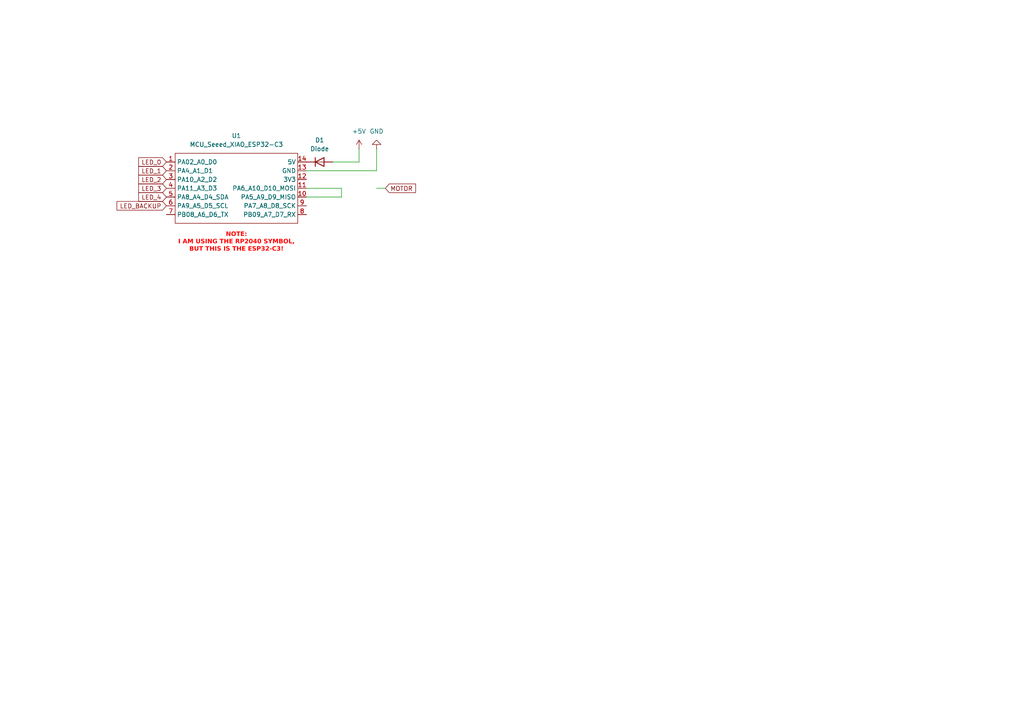
<source format=kicad_sch>
(kicad_sch (version 20231120) (generator "eeschema") (generator_version "8.0")
  (paper "A4")
  (lib_symbols
    (symbol "ScottoKeebs:MCU_Seeed_XIAO_RP2040"
      (property "Reference" "U" (at -16.51 11.43 0))
      (property "Value" "MCU_Seeed_XIAO_RP2040" (at -3.81 -11.43 0))
      (symbol "MCU_Seeed_XIAO_RP2040_0_1"
        (rectangle (start -16.51 10.16) (end 19.05 -10.16))
      )
      (symbol "MCU_Seeed_XIAO_RP2040_1_1"
        (pin passive line (at -19.05 7.62 0) (length 2.54) (name "PA02_A0_D0") (number "1"))
        (pin passive line (at 21.59 -2.54 180) (length 2.54) (name "PA5_A9_D9_MISO") (number "10"))
        (pin passive line (at 21.59 0 180) (length 2.54) (name "PA6_A10_D10_MOSI") (number "11"))
        (pin passive line (at 21.59 2.54 180) (length 2.54) (name "3V3") (number "12"))
        (pin passive line (at 21.59 5.08 180) (length 2.54) (name "GND") (number "13"))
        (pin passive line (at 21.59 7.62 180) (length 2.54) (name "5V") (number "14"))
        (pin passive line (at -19.05 5.08 0) (length 2.54) (name "PA4_A1_D1") (number "2"))
        (pin passive line (at -19.05 2.54 0) (length 2.54) (name "PA10_A2_D2") (number "3"))
        (pin passive line (at -19.05 0 0) (length 2.54) (name "PA11_A3_D3") (number "4"))
        (pin passive line (at -19.05 -2.54 0) (length 2.54) (name "PA8_A4_D4_SDA") (number "5"))
        (pin passive line (at -19.05 -5.08 0) (length 2.54) (name "PA9_A5_D5_SCL") (number "6"))
        (pin passive line (at -19.05 -7.62 0) (length 2.54) (name "PB08_A6_D6_TX") (number "7"))
        (pin passive line (at 21.59 -7.62 180) (length 2.54) (name "PB09_A7_D7_RX") (number "8"))
        (pin passive line (at 21.59 -5.08 180) (length 2.54) (name "PA7_A8_D8_SCK") (number "9"))
      )
    )
    (symbol "ScottoKeebs:Placeholder_Diode" (pin_numbers hide) (pin_names hide)
      (property "Reference" "D" (at 0 2.54 0))
      (property "Value" "Diode" (at 0 -2.54 0))
      (symbol "Placeholder_Diode_0_1"
        (polyline (pts (xy -1.27 1.27) (xy -1.27 -1.27)) (stroke (width 0.254)))
        (polyline (pts (xy 1.27 0) (xy -1.27 0)))
        (polyline (pts (xy 1.27 1.27) (xy 1.27 -1.27) (xy -1.27 0) (xy 1.27 1.27)) (stroke (width 0.254)))
      )
      (symbol "Placeholder_Diode_1_1"
        (pin passive line (at -3.81 0 0) (length 2.54) (name "K") (number "1"))
        (pin passive line (at 3.81 0 180) (length 2.54) (name "A") (number "2"))
      )
    )
    (symbol "power:+5V" (power) (pin_numbers hide) (pin_names (offset 0) hide)
      (property "Value" "+5V" (at 0 3.556 0))
      (symbol "+5V_0_1"
        (polyline (pts (xy -0.762 1.27) (xy 0 2.54)))
        (polyline (pts (xy 0 0) (xy 0 2.54)))
        (polyline (pts (xy 0 2.54) (xy 0.762 1.27)))
      )
      (symbol "+5V_1_1"
        (pin power_in line (at 0 0 90) (length 0) (name "~") (number "1"))
      )
    )
    (symbol "power:GND" (power) (pin_numbers hide) (pin_names (offset 0) hide)
      (property "Value" "GND" (at 0 -3.81 0))
      (symbol "GND_0_1"
        (polyline (pts (xy 0 0) (xy 0 -1.27) (xy 1.27 -1.27) (xy 0 -2.54) (xy -1.27 -1.27) (xy 0 -1.27)))
      )
      (symbol "GND_1_1"
        (pin power_in line (at 0 0 270) (length 0) (name "~") (number "1"))
      )
    )
  )
  (wire (pts (xy 104.14 46.99) (xy 96.52 46.99)))
  (wire (pts (xy 88.9 54.61) (xy 99.06 54.61)))
  (wire (pts (xy 104.14 43.18) (xy 104.14 46.99)))
  (wire (pts (xy 99.06 57.15) (xy 88.9 57.15)))
  (wire (pts (xy 99.06 54.61) (xy 99.06 57.15)))
  (wire (pts (xy 109.22 49.53) (xy 109.22 43.18)))
  (wire (pts (xy 109.22 54.61) (xy 111.76 54.61)))
  (wire (pts (xy 88.9 49.53) (xy 109.22 49.53)))
  (text "NOTE:\nI AM USING THE RP2040 SYMBOL,\nBUT THIS IS THE ESP32-C3!" (at 68.58 70.612 0) (effects (font (size 1.27 1.27) (bold yes))))
  (global_label "LED_2" (shape input) (at 48.26 52.07 180) (property "Intersheetrefs" "${INTERSHEET_REFS}" (effects (hide yes))))
  (global_label "MOTOR" (shape input) (at 111.76 54.61 0) (property "Intersheetrefs" "${INTERSHEET_REFS}" (effects (hide yes))))
  (global_label "LED_0" (shape input) (at 48.26 46.99 180) (property "Intersheetrefs" "${INTERSHEET_REFS}" (effects (hide yes))))
  (global_label "LED_3" (shape input) (at 48.26 54.61 180) (property "Intersheetrefs" "${INTERSHEET_REFS}" (effects (hide yes))))
  (global_label "LED_4" (shape input) (at 48.26 57.15 180) (property "Intersheetrefs" "${INTERSHEET_REFS}" (effects (hide yes))))
  (global_label "LED_1" (shape input) (at 48.26 49.53 180) (property "Intersheetrefs" "${INTERSHEET_REFS}" (effects (hide yes))))
  (global_label "LED_BACKUP" (shape input) (at 48.26 59.69 180) (property "Intersheetrefs" "${INTERSHEET_REFS}" (effects (hide yes))))
  (symbol (lib_id "power:GND") (at 109.22 43.18 180) (unit 1)
    (property "Reference" "#PWR02" (effects (hide yes)))
    (property "Value" "GND" (at 109.22 38.1 0))
    (property "Description" "Power symbol creates a global label with name \"GND\" , ground" (effects (hide yes)))
  )
  (symbol (lib_id "power:+5V") (at 104.14 43.18 0) (unit 1)
    (property "Reference" "#PWR01" (effects (hide yes)))
    (property "Value" "+5V" (at 104.14 38.1 0))
    (property "Description" "Power symbol creates a global label with name \"+5V\"" (effects (hide yes)))
  )
  (symbol (lib_id "ScottoKeebs:Placeholder_Diode") (at 92.71 46.99 0) (unit 1)
    (property "Reference" "D1" (at 92.71 40.64 0))
    (property "Value" "Diode" (at 92.71 43.18 0))
    (property "Description" "1N4148 (DO-35) or 1N4148W (SOD-123)" (effects (hide yes)))
    (property "Sim.Device" "D" (effects (hide yes)))
    (property "Sim.Pins" "1=K 2=A" (effects (hide yes)))
  )
  (symbol (lib_id "ScottoKeebs:MCU_Seeed_XIAO_RP2040") (at 67.31 54.61 0) (unit 1)
    (property "Reference" "U1" (at 68.58 39.37 0))
    (property "Value" "MCU_Seeed_XIAO_ESP32-C3" (at 68.58 41.91 0))
  )
)
</source>
